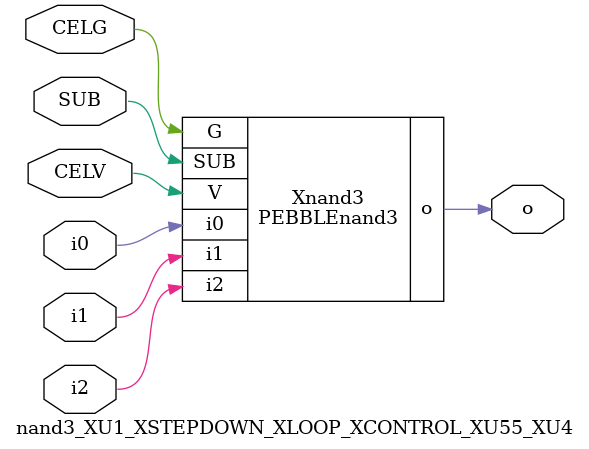
<source format=v>



module PEBBLEnand3 ( o, G, SUB, V, i0, i1, i2 );

  input i0;
  input V;
  input i2;
  input i1;
  input G;
  output o;
  input SUB;
endmodule

//Celera Confidential Do Not Copy nand3_XU1_XSTEPDOWN_XLOOP_XCONTROL_XU55_XU4
//Celera Confidential Symbol Generator
//5V Inverter
module nand3_XU1_XSTEPDOWN_XLOOP_XCONTROL_XU55_XU4 (CELV,CELG,i0,i1,i2,o,SUB);
input CELV;
input CELG;
input i0;
input i1;
input i2;
input SUB;
output o;

//Celera Confidential Do Not Copy nand3
PEBBLEnand3 Xnand3(
.V (CELV),
.i0 (i0),
.i1 (i1),
.i2 (i2),
.o (o),
.SUB (SUB),
.G (CELG)
);
//,diesize,PEBBLEnand3

//Celera Confidential Do Not Copy Module End
//Celera Schematic Generator
endmodule

</source>
